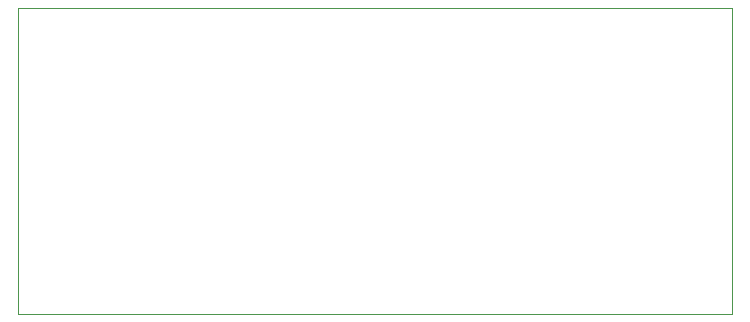
<source format=gbr>
G04 #@! TF.GenerationSoftware,KiCad,Pcbnew,(5.1.5-0-10_14)*
G04 #@! TF.CreationDate,2020-05-24T15:36:03-06:00*
G04 #@! TF.ProjectId,Testing,54657374-696e-4672-9e6b-696361645f70,rev?*
G04 #@! TF.SameCoordinates,Original*
G04 #@! TF.FileFunction,Profile,NP*
%FSLAX46Y46*%
G04 Gerber Fmt 4.6, Leading zero omitted, Abs format (unit mm)*
G04 Created by KiCad (PCBNEW (5.1.5-0-10_14)) date 2020-05-24 15:36:03*
%MOMM*%
%LPD*%
G04 APERTURE LIST*
%ADD10C,0.050000*%
G04 APERTURE END LIST*
D10*
X207772000Y-93980000D02*
X207772000Y-119888000D01*
X147320000Y-93980000D02*
X147320000Y-119888000D01*
X147320000Y-119888000D02*
X207772000Y-119888000D01*
X147320000Y-93980000D02*
X207772000Y-93980000D01*
M02*

</source>
